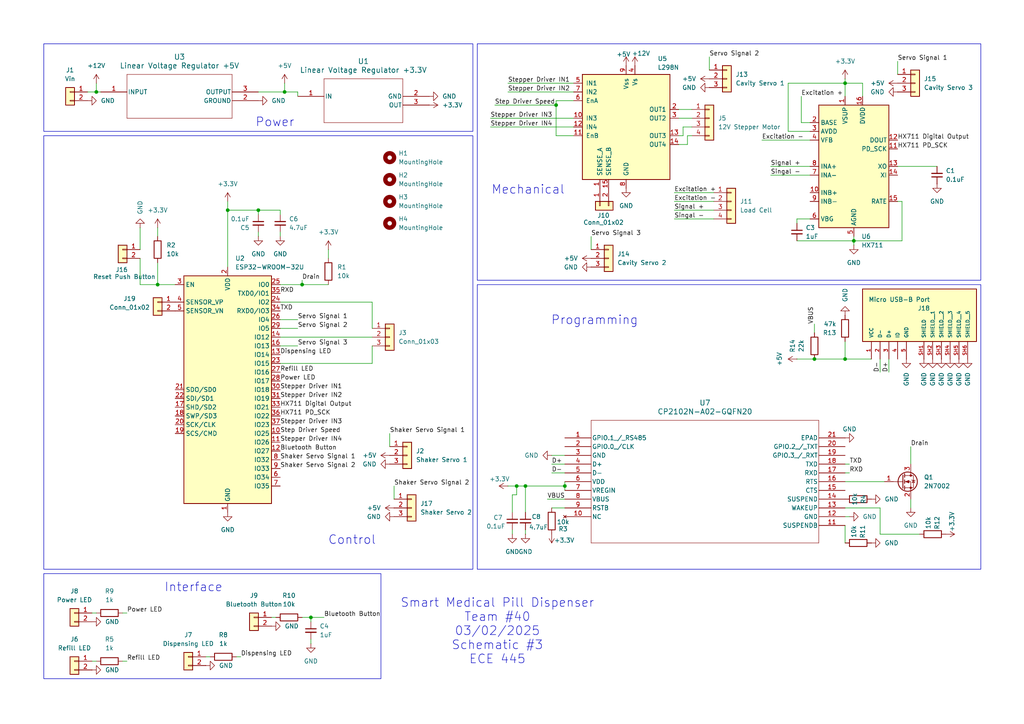
<source format=kicad_sch>
(kicad_sch (version 20231120) (generator "eeschema") (generator_version "8.0")
  (paper "A4")
  (lib_symbols
    (symbol "2025-03-01_22-06-06:LM3940IT-3.3_NOPB" (pin_names (offset 0.254))
      (property "Reference" "U" (at 19.05 10.16 0))
      (property "Value" "LM3940IT-3.3/NOPB" (at 19.05 7.62 0))
      (symbol "LM3940IT-3.3_NOPB_0_1"
        (pin input line (at 0 0 0) (length 7.62) (name "IN") (number "1"))
        (pin passive line (at 38.1 0 180) (length 7.62) (name "GND") (number "2"))
        (pin output line (at 38.1 -2.54 180) (length 7.62) (name "OUT") (number "3"))
      )
    )
    (symbol "2025-03-01_22-08-00:LM7805ACT" (pin_names (offset 0.254))
      (property "Reference" "U" (at 22.86 10.16 0))
      (property "Value" "LM7805ACT" (at 22.86 7.62 0))
      (symbol "LM7805ACT_0_1"
        (pin input line (at 0 0 0) (length 7.62) (name "INPUT") (number "1"))
        (pin power_out line (at 45.72 -2.54 180) (length 7.62) (name "GROUND") (number "2"))
        (pin output line (at 45.72 0 180) (length 7.62) (name "OUTPUT") (number "3"))
      )
    )
    (symbol "2025-03-02_06-34-30:CP2102N-A02-GQFN20" (pin_names (offset 0.254))
      (property "Reference" "U" (at 40.64 10.16 0))
      (property "Value" "CP2102N-A02-GQFN20" (at 40.64 7.62 0))
      (symbol "CP2102N-A02-GQFN20_0_1"
        (pin bidirectional line (at 0 0 0) (length 7.62) (name "GPIO.1_/_RS485") (number "1"))
        (pin no_connect line (at 0 -22.86 0) (length 7.62) (name "NC") (number "10"))
        (pin unspecified line (at 81.28 -25.4 180) (length 7.62) (name "SUSPENDB") (number "11"))
        (pin power_out line (at 81.28 -22.86 180) (length 7.62) (name "GND") (number "12"))
        (pin unspecified line (at 81.28 -20.32 180) (length 7.62) (name "WAKEUP") (number "13"))
        (pin unspecified line (at 81.28 -17.78 180) (length 7.62) (name "SUSPEND") (number "14"))
        (pin unspecified line (at 81.28 -15.24 180) (length 7.62) (name "CTS") (number "15"))
        (pin unspecified line (at 81.28 -12.7 180) (length 7.62) (name "RTS") (number "16"))
        (pin unspecified line (at 81.28 -10.16 180) (length 7.62) (name "RXD") (number "17"))
        (pin unspecified line (at 81.28 -7.62 180) (length 7.62) (name "TXD") (number "18"))
        (pin bidirectional line (at 81.28 -5.08 180) (length 7.62) (name "GPIO.3_/_RXT") (number "19"))
        (pin bidirectional line (at 0 -2.54 0) (length 7.62) (name "GPIO.0_/CLK") (number "2"))
        (pin bidirectional line (at 81.28 -2.54 180) (length 7.62) (name "GPIO.2_/_TXT") (number "20"))
        (pin power_out line (at 81.28 0 180) (length 7.62) (name "EPAD") (number "21"))
        (pin power_out line (at 0 -5.08 0) (length 7.62) (name "GND") (number "3"))
        (pin unspecified line (at 0 -7.62 0) (length 7.62) (name "D+") (number "4"))
        (pin unspecified line (at 0 -10.16 0) (length 7.62) (name "D-") (number "5"))
        (pin power_in line (at 0 -12.7 0) (length 7.62) (name "VDD") (number "6"))
        (pin unspecified line (at 0 -15.24 0) (length 7.62) (name "VREGIN") (number "7"))
        (pin unspecified line (at 0 -17.78 0) (length 7.62) (name "VBUS") (number "8"))
        (pin unspecified line (at 0 -20.32 0) (length 7.62) (name "RSTB") (number "9"))
      )
    )
    (symbol "Analog_ADC:HX711"
      (property "Reference" "U" (at 5.08 21.59 0))
      (property "Value" "HX711" (at 7.62 19.05 0))
      (symbol "HX711_1_1"
        (pin power_in line (at -2.54 20.32 270) (length 2.54) (name "VSUP") (number "1"))
        (pin input line (at -12.7 -7.62 0) (length 2.54) (name "INB+") (number "10"))
        (pin input line (at 12.7 5.08 180) (length 2.54) (name "PD_SCK") (number "11"))
        (pin output line (at 12.7 7.62 180) (length 2.54) (name "DOUT") (number "12"))
        (pin passive line (at 12.7 0 180) (length 2.54) (name "XO") (number "13"))
        (pin passive line (at 12.7 -2.54 180) (length 2.54) (name "XI") (number "14"))
        (pin input line (at 12.7 -10.16 180) (length 2.54) (name "RATE") (number "15"))
        (pin power_in line (at 2.54 20.32 270) (length 2.54) (name "DVDD") (number "16"))
        (pin passive line (at -12.7 12.7 0) (length 2.54) (name "BASE") (number "2"))
        (pin power_in line (at -12.7 10.16 0) (length 2.54) (name "AVDD") (number "3"))
        (pin input line (at -12.7 7.62 0) (length 2.54) (name "VFB") (number "4"))
        (pin power_in line (at 0 -20.32 90) (length 2.54) (name "AGND") (number "5"))
        (pin passive line (at -12.7 -15.24 0) (length 2.54) (name "VBG") (number "6"))
        (pin input line (at -12.7 -2.54 0) (length 2.54) (name "INA-") (number "7"))
        (pin input line (at -12.7 0 0) (length 2.54) (name "INA+") (number "8"))
        (pin input line (at -12.7 -10.16 0) (length 2.54) (name "INB-") (number "9"))
      )
    )
    (symbol "Connector_Generic:Conn_01x02" (pin_names (offset 1.016) hide)
      (property "Reference" "J" (at 0 2.54 0))
      (property "Value" "Conn_01x02" (at 0 -5.08 0))
      (symbol "Conn_01x02_1_1"
        (pin passive line (at -5.08 0 0) (length 3.81) (name "Pin_1") (number "1"))
        (pin passive line (at -5.08 -2.54 0) (length 3.81) (name "Pin_2") (number "2"))
      )
    )
    (symbol "Connector_Generic:Conn_01x03" (pin_names (offset 1.016) hide)
      (property "Reference" "J" (at 0 5.08 0))
      (property "Value" "Conn_01x03" (at 0 -5.08 0))
      (symbol "Conn_01x03_1_1"
        (pin passive line (at -5.08 2.54 0) (length 3.81) (name "Pin_1") (number "1"))
        (pin passive line (at -5.08 0 0) (length 3.81) (name "Pin_2") (number "2"))
        (pin passive line (at -5.08 -2.54 0) (length 3.81) (name "Pin_3") (number "3"))
      )
    )
    (symbol "Connector_Generic:Conn_01x04" (pin_names (offset 1.016) hide)
      (property "Reference" "J" (at 0 5.08 0))
      (property "Value" "Conn_01x04" (at 0 -7.62 0))
      (symbol "Conn_01x04_1_1"
        (pin passive line (at -5.08 2.54 0) (length 3.81) (name "Pin_1") (number "1"))
        (pin passive line (at -5.08 0 0) (length 3.81) (name "Pin_2") (number "2"))
        (pin passive line (at -5.08 -2.54 0) (length 3.81) (name "Pin_3") (number "3"))
        (pin passive line (at -5.08 -5.08 0) (length 3.81) (name "Pin_4") (number "4"))
      )
    )
    (symbol "Device:C_Small" (pin_numbers hide) (pin_names (offset 0.254) hide)
      (property "Reference" "C" (at 0.254 1.778 0))
      (property "Value" "C_Small" (at 0.254 -2.032 0))
      (symbol "C_Small_1_1"
        (pin passive line (at 0 2.54 270) (length 2.032) (name "~") (number "1"))
        (pin passive line (at 0 -2.54 90) (length 2.032) (name "~") (number "2"))
      )
    )
    (symbol "Device:R" (pin_numbers hide) (pin_names (offset 0))
      (property "Reference" "R" (at 2.032 0 90))
      (property "Value" "R" (at 0 0 90))
      (symbol "R_1_1"
        (pin passive line (at 0 3.81 270) (length 1.27) (name "~") (number "1"))
        (pin passive line (at 0 -3.81 90) (length 1.27) (name "~") (number "2"))
      )
    )
    (symbol "Driver_Motor:L298N" (pin_names (offset 1.016))
      (property "Reference" "U" (at -10.16 16.51 0))
      (property "Value" "L298N" (at 12.7 16.51 0))
      (symbol "L298N_1_1"
        (pin power_in line (at -7.62 -17.78 90) (length 2.54) (name "SENSE_A") (number "1"))
        (pin input line (at -15.24 2.54 0) (length 2.54) (name "IN3") (number "10"))
        (pin input line (at -15.24 -2.54 0) (length 2.54) (name "EnB") (number "11"))
        (pin input line (at -15.24 0 0) (length 2.54) (name "IN4") (number "12"))
        (pin output line (at 15.24 -2.54 180) (length 2.54) (name "OUT3") (number "13"))
        (pin output line (at 15.24 -5.08 180) (length 2.54) (name "OUT4") (number "14"))
        (pin power_in line (at -5.08 -17.78 90) (length 2.54) (name "SENSE_B") (number "15"))
        (pin output line (at 15.24 5.08 180) (length 2.54) (name "OUT1") (number "2"))
        (pin output line (at 15.24 2.54 180) (length 2.54) (name "OUT2") (number "3"))
        (pin power_in line (at 2.54 17.78 270) (length 2.54) (name "Vs") (number "4"))
        (pin input line (at -15.24 12.7 0) (length 2.54) (name "IN1") (number "5"))
        (pin input line (at -15.24 7.62 0) (length 2.54) (name "EnA") (number "6"))
        (pin input line (at -15.24 10.16 0) (length 2.54) (name "IN2") (number "7"))
        (pin power_in line (at 0 -17.78 90) (length 2.54) (name "GND") (number "8"))
        (pin power_in line (at 0 17.78 270) (length 2.54) (name "Vss") (number "9"))
      )
    )
    (symbol "Mechanical:MountingHole" (pin_names (offset 1.016)) (exclude_from_sim yes) (in_bom no)
      (property "Reference" "H" (at 0 5.08 0))
      (property "Value" "MountingHole" (at 0 3.175 0))
    )
    (symbol "RF_Module:ESP32-WROOM-32U"
      (property "Reference" "U" (at -12.7 34.29 0))
      (property "Value" "ESP32-WROOM-32U" (at 1.27 34.29 0))
      (symbol "ESP32-WROOM-32U_1_1"
        (pin power_in line (at 0 -35.56 90) (length 2.54) (name "GND") (number "1"))
        (pin bidirectional line (at 15.24 -12.7 180) (length 2.54) (name "IO25") (number "10"))
        (pin bidirectional line (at 15.24 -15.24 180) (length 2.54) (name "IO26") (number "11"))
        (pin bidirectional line (at 15.24 -17.78 180) (length 2.54) (name "IO27") (number "12"))
        (pin bidirectional line (at 15.24 10.16 180) (length 2.54) (name "IO14") (number "13"))
        (pin bidirectional line (at 15.24 15.24 180) (length 2.54) (name "IO12") (number "14"))
        (pin passive line (at 0 -35.56 90) (length 2.54) hide (name "GND") (number "15"))
        (pin bidirectional line (at 15.24 12.7 180) (length 2.54) (name "IO13") (number "16"))
        (pin bidirectional line (at -15.24 -5.08 0) (length 2.54) (name "SHD/SD2") (number "17"))
        (pin bidirectional line (at -15.24 -7.62 0) (length 2.54) (name "SWP/SD3") (number "18"))
        (pin bidirectional line (at -15.24 -12.7 0) (length 2.54) (name "SCS/CMD") (number "19"))
        (pin power_in line (at 0 35.56 270) (length 2.54) (name "VDD") (number "2"))
        (pin bidirectional line (at -15.24 -10.16 0) (length 2.54) (name "SCK/CLK") (number "20"))
        (pin bidirectional line (at -15.24 0 0) (length 2.54) (name "SDO/SD0") (number "21"))
        (pin bidirectional line (at -15.24 -2.54 0) (length 2.54) (name "SDI/SD1") (number "22"))
        (pin bidirectional line (at 15.24 7.62 180) (length 2.54) (name "IO15") (number "23"))
        (pin bidirectional line (at 15.24 25.4 180) (length 2.54) (name "IO2") (number "24"))
        (pin bidirectional line (at 15.24 30.48 180) (length 2.54) (name "IO0") (number "25"))
        (pin bidirectional line (at 15.24 20.32 180) (length 2.54) (name "IO4") (number "26"))
        (pin bidirectional line (at 15.24 5.08 180) (length 2.54) (name "IO16") (number "27"))
        (pin bidirectional line (at 15.24 2.54 180) (length 2.54) (name "IO17") (number "28"))
        (pin bidirectional line (at 15.24 17.78 180) (length 2.54) (name "IO5") (number "29"))
        (pin input line (at -15.24 30.48 0) (length 2.54) (name "EN") (number "3"))
        (pin bidirectional line (at 15.24 0 180) (length 2.54) (name "IO18") (number "30"))
        (pin bidirectional line (at 15.24 -2.54 180) (length 2.54) (name "IO19") (number "31"))
        (pin no_connect line (at -12.7 -27.94 0) (length 2.54) hide (name "NC") (number "32"))
        (pin bidirectional line (at 15.24 -5.08 180) (length 2.54) (name "IO21") (number "33"))
        (pin bidirectional line (at 15.24 22.86 180) (length 2.54) (name "RXD0/IO3") (number "34"))
        (pin bidirectional line (at 15.24 27.94 180) (length 2.54) (name "TXD0/IO1") (number "35"))
        (pin bidirectional line (at 15.24 -7.62 180) (length 2.54) (name "IO22") (number "36"))
        (pin bidirectional line (at 15.24 -10.16 180) (length 2.54) (name "IO23") (number "37"))
        (pin passive line (at 0 -35.56 90) (length 2.54) hide (name "GND") (number "38"))
        (pin passive line (at 0 -35.56 90) (length 2.54) hide (name "GND") (number "39"))
        (pin input line (at -15.24 25.4 0) (length 2.54) (name "SENSOR_VP") (number "4"))
        (pin input line (at -15.24 22.86 0) (length 2.54) (name "SENSOR_VN") (number "5"))
        (pin input line (at 15.24 -25.4 180) (length 2.54) (name "IO34") (number "6"))
        (pin input line (at 15.24 -27.94 180) (length 2.54) (name "IO35") (number "7"))
        (pin bidirectional line (at 15.24 -20.32 180) (length 2.54) (name "IO32") (number "8"))
        (pin bidirectional line (at 15.24 -22.86 180) (length 2.54) (name "IO33") (number "9"))
      )
    )
    (symbol "Transistor_FET:2N7002" (pin_names hide)
      (property "Reference" "Q" (at 5.08 1.905 0))
      (property "Value" "2N7002" (at 5.08 0 0))
      (symbol "2N7002_1_1"
        (pin input line (at -5.08 0 0) (length 2.54) (name "G") (number "1"))
        (pin passive line (at 2.54 -5.08 90) (length 2.54) (name "S") (number "2"))
        (pin passive line (at 2.54 5.08 270) (length 2.54) (name "D") (number "3"))
      )
    )
    (symbol "USB-B-MICRO-1011819:10118194-0001LF" (pin_names (offset 1.016))
      (property "Reference" "J" (at -7.62 10.922 0))
      (property "Value" "10118194-0001LF" (at -7.62 -25.4 0))
      (symbol "10118194-0001LF_0_0"
        (pin power_in line (at -12.7 7.62 0) (length 5.08) (name "VCC") (number "1"))
        (pin bidirectional line (at -12.7 5.08 0) (length 5.08) (name "D-") (number "2"))
        (pin bidirectional line (at -12.7 2.54 0) (length 5.08) (name "D+") (number "3"))
        (pin bidirectional line (at -12.7 0 0) (length 5.08) (name "ID") (number "4"))
        (pin power_in line (at -12.7 -2.54 0) (length 5.08) (name "GND") (number "5"))
        (pin passive line (at -12.7 -7.62 0) (length 5.08) (name "SHIELD") (number "SH1"))
        (pin passive line (at -12.7 -10.16 0) (length 5.08) (name "SHIELD__1") (number "SH2"))
        (pin passive line (at -12.7 -12.7 0) (length 5.08) (name "SHIELD__2") (number "SH3"))
        (pin passive line (at -12.7 -15.24 0) (length 5.08) (name "SHIELD__3") (number "SH4"))
        (pin passive line (at -12.7 -17.78 0) (length 5.08) (name "SHIELD__4") (number "SH5"))
        (pin passive line (at -12.7 -20.32 0) (length 5.08) (name "SHIELD__5") (number "SH6"))
      )
    )
    (symbol "power:+12V" (power) (pin_numbers hide) (pin_names (offset 0) hide)
      (property "Value" "+12V" (at 0 3.556 0))
      (symbol "+12V_1_1"
        (pin power_in line (at 0 0 90) (length 0) (name "~") (number "1"))
      )
    )
    (symbol "power:+3.3V" (power) (pin_numbers hide) (pin_names (offset 0) hide)
      (property "Value" "+3.3V" (at 0 3.556 0))
      (symbol "+3.3V_1_1"
        (pin power_in line (at 0 0 90) (length 0) (name "~") (number "1"))
      )
    )
    (symbol "power:+5V" (power) (pin_numbers hide) (pin_names (offset 0) hide)
      (property "Value" "+5V" (at 0 3.556 0))
      (symbol "+5V_1_1"
        (pin power_in line (at 0 0 90) (length 0) (name "~") (number "1"))
      )
    )
    (symbol "power:GND" (power) (pin_numbers hide) (pin_names (offset 0) hide)
      (property "Value" "GND" (at 0 -3.81 0))
      (symbol "GND_1_1"
        (pin power_in line (at 0 0 270) (length 0) (name "~") (number "1"))
      )
    )
  )
  (junction (at 163.83 140.97))
  (junction (at 74.93 60.96))
  (junction (at 82.55 26.67))
  (junction (at 245.11 104.14))
  (junction (at 90.17 179.07))
  (junction (at 149.86 140.97))
  (junction (at 236.22 104.14))
  (junction (at 87.63 82.55))
  (junction (at 161.29 30.48))
  (junction (at 45.72 82.55))
  (junction (at 152.4 140.97))
  (junction (at 66.04 60.96))
  (junction (at 27.94 26.67))
  (junction (at 245.11 24.13))
  (junction (at 247.65 69.85))
  (wire (pts (xy 255.27 154.94) (xy 255.27 147.32)))
  (wire (pts (xy 90.17 179.07) (xy 90.17 180.34)))
  (wire (pts (xy 205.74 16.51) (xy 205.74 20.32)))
  (wire (pts (xy 147.32 26.67) (xy 166.37 26.67)))
  (wire (pts (xy 90.17 179.07) (xy 93.98 179.07)))
  (wire (pts (xy 82.55 24.13) (xy 82.55 26.67)))
  (wire (pts (xy 160.02 132.08) (xy 163.83 132.08)))
  (wire (pts (xy 257.81 107.95) (xy 257.81 104.14)))
  (wire (pts (xy 45.72 66.04) (xy 45.72 68.58)))
  (wire (pts (xy 148.59 143.51) (xy 149.86 143.51)))
  (wire (pts (xy 152.4 140.97) (xy 163.83 140.97)))
  (wire (pts (xy 90.17 185.42) (xy 90.17 186.69)))
  (wire (pts (xy 260.35 58.42) (xy 261.62 58.42)))
  (wire (pts (xy 87.63 82.55) (xy 95.25 82.55)))
  (wire (pts (xy 228.6 24.13) (xy 245.11 24.13)))
  (wire (pts (xy 78.74 179.07) (xy 80.01 179.07)))
  (wire (pts (xy 27.94 26.67) (xy 29.21 26.67)))
  (wire (pts (xy 245.11 24.13) (xy 245.11 27.94)))
  (wire (pts (xy 166.37 39.37) (xy 161.29 39.37)))
  (wire (pts (xy 245.11 149.86) (xy 246.38 149.86)))
  (wire (pts (xy 196.85 41.91) (xy 199.39 41.91)))
  (wire (pts (xy 245.11 134.62) (xy 246.38 134.62)))
  (wire (pts (xy 148.59 143.51) (xy 148.59 148.59)))
  (wire (pts (xy 245.11 104.14) (xy 245.11 99.06)))
  (wire (pts (xy 260.35 48.26) (xy 271.78 48.26)))
  (wire (pts (xy 196.85 39.37) (xy 198.12 39.37)))
  (wire (pts (xy 161.29 30.48) (xy 161.29 29.21)))
  (wire (pts (xy 74.93 60.96) (xy 81.28 60.96)))
  (wire (pts (xy 255.27 107.95) (xy 255.27 104.14)))
  (wire (pts (xy 245.11 137.16) (xy 246.38 137.16)))
  (wire (pts (xy 223.52 50.8) (xy 234.95 50.8)))
  (wire (pts (xy 160.02 134.62) (xy 163.83 134.62)))
  (wire (pts (xy 245.11 104.14) (xy 252.73 104.14)))
  (wire (pts (xy 228.6 38.1) (xy 228.6 24.13)))
  (wire (pts (xy 74.93 60.96) (xy 74.93 62.23)))
  (wire (pts (xy 231.14 104.14) (xy 236.22 104.14)))
  (wire (pts (xy 264.16 129.54) (xy 264.16 134.62)))
  (wire (pts (xy 195.58 55.88) (xy 207.01 55.88)))
  (wire (pts (xy 261.62 58.42) (xy 261.62 69.85)))
  (wire (pts (xy 40.64 74.93) (xy 40.64 82.55)))
  (wire (pts (xy 234.95 63.5) (xy 231.14 63.5)))
  (wire (pts (xy 26.67 191.77) (xy 27.94 191.77)))
  (wire (pts (xy 86.36 95.25) (xy 81.28 95.25)))
  (wire (pts (xy 171.45 68.58) (xy 171.45 72.39)))
  (wire (pts (xy 266.7 154.94) (xy 255.27 154.94)))
  (wire (pts (xy 236.22 104.14) (xy 245.11 104.14)))
  (wire (pts (xy 81.28 105.41) (xy 107.95 105.41)))
  (wire (pts (xy 40.64 66.04) (xy 40.64 72.39)))
  (wire (pts (xy 81.28 60.96) (xy 81.28 62.23)))
  (wire (pts (xy 195.58 58.42) (xy 207.01 58.42)))
  (wire (pts (xy 160.02 147.32) (xy 163.83 147.32)))
  (wire (pts (xy 147.32 140.97) (xy 149.86 140.97)))
  (wire (pts (xy 232.41 35.56) (xy 234.95 35.56)))
  (wire (pts (xy 247.65 71.12) (xy 247.65 69.85)))
  (wire (pts (xy 245.11 139.7) (xy 256.54 139.7)))
  (wire (pts (xy 198.12 36.83) (xy 200.66 36.83)))
  (wire (pts (xy 161.29 30.48) (xy 161.29 39.37)))
  (wire (pts (xy 149.86 140.97) (xy 149.86 143.51)))
  (wire (pts (xy 35.56 191.77) (xy 36.83 191.77)))
  (wire (pts (xy 25.4 26.67) (xy 27.94 26.67)))
  (wire (pts (xy 74.93 67.31) (xy 74.93 68.58)))
  (wire (pts (xy 260.35 17.78) (xy 260.35 21.59)))
  (wire (pts (xy 107.95 87.63) (xy 107.95 95.25)))
  (wire (pts (xy 27.94 24.13) (xy 27.94 26.67)))
  (wire (pts (xy 245.11 157.48) (xy 245.11 152.4)))
  (wire (pts (xy 236.22 96.52) (xy 236.22 93.98)))
  (wire (pts (xy 66.04 60.96) (xy 74.93 60.96)))
  (wire (pts (xy 148.59 153.67) (xy 148.59 154.94)))
  (wire (pts (xy 74.93 26.67) (xy 82.55 26.67)))
  (wire (pts (xy 163.83 139.7) (xy 163.83 140.97)))
  (wire (pts (xy 113.03 125.73) (xy 113.03 129.54)))
  (wire (pts (xy 81.28 67.31) (xy 81.28 68.58)))
  (wire (pts (xy 26.67 177.8) (xy 27.94 177.8)))
  (wire (pts (xy 161.29 29.21) (xy 166.37 29.21)))
  (wire (pts (xy 163.83 140.97) (xy 163.83 142.24)))
  (wire (pts (xy 149.86 140.97) (xy 152.4 140.97)))
  (wire (pts (xy 261.62 69.85) (xy 247.65 69.85)))
  (wire (pts (xy 250.19 27.94) (xy 250.19 24.13)))
  (wire (pts (xy 199.39 39.37) (xy 200.66 39.37)))
  (wire (pts (xy 147.32 24.13) (xy 166.37 24.13)))
  (wire (pts (xy 152.4 140.97) (xy 152.4 148.59)))
  (wire (pts (xy 87.63 81.28) (xy 87.63 82.55)))
  (wire (pts (xy 195.58 60.96) (xy 207.01 60.96)))
  (wire (pts (xy 45.72 76.2) (xy 45.72 82.55)))
  (wire (pts (xy 250.19 24.13) (xy 245.11 24.13)))
  (wire (pts (xy 196.85 31.75) (xy 200.66 31.75)))
  (wire (pts (xy 66.04 77.47) (xy 66.04 60.96)))
  (wire (pts (xy 81.28 82.55) (xy 87.63 82.55)))
  (wire (pts (xy 35.56 177.8) (xy 36.83 177.8)))
  (wire (pts (xy 220.98 40.64) (xy 234.95 40.64)))
  (wire (pts (xy 86.36 92.71) (xy 81.28 92.71)))
  (wire (pts (xy 160.02 137.16) (xy 163.83 137.16)))
  (wire (pts (xy 142.24 36.83) (xy 166.37 36.83)))
  (wire (pts (xy 87.63 179.07) (xy 90.17 179.07)))
  (wire (pts (xy 81.28 97.79) (xy 107.95 97.79)))
  (wire (pts (xy 114.3 140.97) (xy 114.3 144.78)))
  (wire (pts (xy 231.14 69.85) (xy 247.65 69.85)))
  (wire (pts (xy 68.58 190.5) (xy 69.85 190.5)))
  (wire (pts (xy 199.39 41.91) (xy 199.39 39.37)))
  (wire (pts (xy 82.55 26.67) (xy 86.36 26.67)))
  (wire (pts (xy 195.58 63.5) (xy 207.01 63.5)))
  (wire (pts (xy 255.27 147.32) (xy 245.11 147.32)))
  (wire (pts (xy 95.25 72.39) (xy 95.25 74.93)))
  (wire (pts (xy 231.14 63.5) (xy 231.14 64.77)))
  (wire (pts (xy 66.04 58.42) (xy 66.04 60.96)))
  (wire (pts (xy 81.28 87.63) (xy 107.95 87.63)))
  (wire (pts (xy 247.65 69.85) (xy 247.65 68.58)))
  (wire (pts (xy 40.64 82.55) (xy 45.72 82.55)))
  (wire (pts (xy 264.16 147.32) (xy 264.16 144.78)))
  (wire (pts (xy 198.12 39.37) (xy 198.12 36.83)))
  (wire (pts (xy 59.69 190.5) (xy 60.96 190.5)))
  (wire (pts (xy 143.51 30.48) (xy 161.29 30.48)))
  (wire (pts (xy 223.52 48.26) (xy 234.95 48.26)))
  (wire (pts (xy 45.72 82.55) (xy 50.8 82.55)))
  (wire (pts (xy 232.41 27.94) (xy 232.41 35.56)))
  (wire (pts (xy 234.95 38.1) (xy 228.6 38.1)))
  (wire (pts (xy 152.4 153.67) (xy 152.4 154.94)))
  (wire (pts (xy 142.24 34.29) (xy 166.37 34.29)))
  (wire (pts (xy 245.11 22.86) (xy 245.11 24.13)))
  (wire (pts (xy 86.36 100.33) (xy 81.28 100.33)))
  (wire (pts (xy 158.75 144.78) (xy 163.83 144.78)))
  (wire (pts (xy 196.85 34.29) (xy 200.66 34.29)))
  (wire (pts (xy 107.95 105.41) (xy 107.95 100.33)))
  (wire (pts (xy 86.36 26.67) (xy 86.36 27.94)))
  (rectangle (start 12.7 166.37) (end 110.49 196.85))
  (rectangle (start 97.79 177.8) (end 97.79 177.8))
  (rectangle (start 12.7 39.37) (end 137.16 165.1))
  (rectangle (start 12.7 12.7) (end 137.16 38.1))
  (rectangle (start 138.43 12.7) (end 284.48 81.28))
  (rectangle (start 138.43 82.55) (end 284.48 165.1))
  (text "Interface" (at 56.134 170.434 0) (effects (font (size 2.54 2.54))))
  (text "Smart Medical Pill Dispenser\nTeam #40\n03/02/2025\nSchematic #3\nECE 445" (at 144.272 183.134 0) (effects (font (size 2.54 2.54))))
  (text "Mechanical" (at 153.162 55.118 0) (effects (font (size 2.54 2.54))))
  (text "Control" (at 102.108 156.718 0) (effects (font (size 2.54 2.54))))
  (text "Power" (at 79.756 35.56 0) (effects (font (size 2.54 2.54))))
  (text "Programming" (at 172.466 92.964 0) (effects (font (size 2.54 2.54))))
  (label "Stepper Driver IN4" (at 81.28 128.27 0))
  (label "Dispensing LED" (at 69.85 190.5 0))
  (label "Servo Signal 3" (at 171.45 68.58 0))
  (label "Singal -" (at 195.58 63.5 0))
  (label "D+" (at 160.02 134.62 0))
  (label "Power LED" (at 36.83 177.8 0))
  (label "Singal -" (at 223.52 50.8 0))
  (label "Servo Signal 3" (at 86.36 100.33 0))
  (label "Servo Signal 1" (at 260.35 17.78 0))
  (label "Shaker Servo Signal 1" (at 81.28 133.35 0))
  (label "Stepper Driver IN2" (at 81.28 115.57 0))
  (label "RXD" (at 246.38 137.16 0))
  (label "Servo Signal 1" (at 86.36 92.71 0))
  (label "Drain" (at 87.63 81.28 0))
  (label "TXD" (at 81.28 90.17 0))
  (label "Refill LED" (at 36.83 191.77 0))
  (label "HX711 Digital Output" (at 260.35 40.64 0))
  (label "VBUS" (at 236.22 93.98 90))
  (label "Bluetooth Button" (at 93.98 179.07 0))
  (label "Drain" (at 264.16 129.54 0))
  (label "Dispensing LED" (at 81.28 102.87 0))
  (label "Servo Signal 2" (at 205.74 16.51 0))
  (label "Excitation +" (at 232.41 27.94 0))
  (label "HX711 Digital Output" (at 81.28 118.11 0))
  (label "Refill LED" (at 81.28 107.95 0))
  (label "Excitation -" (at 220.98 40.64 0))
  (label "Stepper Driver IN4" (at 142.24 36.83 0))
  (label "Excitation -" (at 195.58 58.42 0))
  (label "Stepper Driver IN3" (at 142.24 34.29 0))
  (label "HX711 PD_SCK" (at 260.35 43.18 0))
  (label "Signal +" (at 223.52 48.26 0))
  (label "Shaker Servo Signal 2" (at 114.3 140.97 0))
  (label "Stepper Driver IN1" (at 81.28 113.03 0))
  (label "Signal +" (at 195.58 60.96 0))
  (label "RXD" (at 81.28 85.09 0))
  (label "D+" (at 257.81 107.95 90))
  (label "Step Driver Speed" (at 81.28 125.73 0))
  (label "D-" (at 160.02 137.16 0))
  (label "TXD" (at 246.38 134.62 0))
  (label "Shaker Servo Signal 2" (at 81.28 135.89 0))
  (label "Stepper Driver IN1" (at 147.32 24.13 0))
  (label "Power LED" (at 81.28 110.49 0))
  (label "Shaker Servo Signal 1" (at 113.03 125.73 0))
  (label "HX711 PD_SCK" (at 81.28 120.65 0))
  (label "Step Driver Speed" (at 143.51 30.48 0))
  (label "Excitation +" (at 195.58 55.88 0))
  (label "Stepper Driver IN3" (at 81.28 123.19 0))
  (label "D-" (at 255.27 107.95 90))
  (label "VBUS" (at 158.75 144.78 0))
  (label "Bluetooth Button" (at 81.28 130.81 0))
  (label "Stepper Driver IN2" (at 147.32 26.67 0))
  (label "Servo Signal 2" (at 86.36 95.25 0))
  (symbol (lib_id "power:GND") (at 252.73 157.48 90) (unit 1)
    (property "Reference" "#PWR09" (effects (hide yes)))
    (property "Value" "GND" (at 256.54 157.4799 90) (effects (justify right)))
    (property "Description" "Power symbol creates a global label with name \"GND\" , ground" (effects (hide yes)))
  )
  (symbol (lib_id "power:GND") (at 152.4 154.94 0) (unit 1)
    (property "Reference" "#PWR042" (effects (hide yes)))
    (property "Value" "GND" (at 152.4 160.02 0))
    (property "Description" "Power symbol creates a global label with name \"GND\" , ground" (effects (hide yes)))
  )
  (symbol (lib_id "power:GND") (at 25.4 29.21 90) (unit 1)
    (property "Reference" "#PWR03" (effects (hide yes)))
    (property "Value" "GND" (at 29.21 29.2099 90) (effects (justify right)))
    (property "Description" "Power symbol creates a global label with name \"GND\" , ground" (effects (hide yes)))
  )
  (symbol (lib_id "Device:R") (at 236.22 100.33 180) (unit 1)
    (property "Reference" "R14" (at 229.87 100.33 90))
    (property "Value" "22k" (at 232.41 100.33 90))
    (property "Footprint" "Resistor_SMD:R_0805_2012Metric_Pad1.20x1.40mm_HandSolder" (effects (hide yes)))
    (property "Description" "Resistor" (effects (hide yes)))
  )
  (symbol (lib_id "Connector_Generic:Conn_01x02") (at 73.66 179.07 0) (mirror y) (unit 1)
    (property "Reference" "J9" (at 73.66 172.72 0))
    (property "Value" "Bluetooth Button" (at 73.66 175.26 0))
    (property "Footprint" "Connector_Molex:Molex_KK-254_AE-6410-02A_1x02_P2.54mm_Vertical" (effects (hide yes)))
    (property "Description" "Generic connector, single row, 01x02, script generated (kicad-library-utils/schlib/autogen/connector/)" (effects (hide yes)))
  )
  (symbol (lib_id "power:+5V") (at 231.14 104.14 90) (unit 1)
    (property "Reference" "#PWR050" (effects (hide yes)))
    (property "Value" "+5V" (at 226.06 104.14 0))
    (property "Description" "Power symbol creates a global label with name \"+5V\"" (effects (hide yes)))
  )
  (symbol (lib_id "power:+3.3V") (at 124.46 30.48 270) (unit 1)
    (property "Reference" "#PWR05" (effects (hide yes)))
    (property "Value" "+3.3V" (at 128.27 30.4799 90) (effects (justify left)))
    (property "Description" "Power symbol creates a global label with name \"+3.3V\"" (effects (hide yes)))
  )
  (symbol (lib_id "power:GND") (at 113.03 134.62 270) (unit 1)
    (property "Reference" "#PWR043" (effects (hide yes)))
    (property "Value" "GND" (at 109.22 134.6199 90) (effects (justify right)))
    (property "Description" "Power symbol creates a global label with name \"GND\" , ground" (effects (hide yes)))
  )
  (symbol (lib_id "power:+5V") (at 181.61 19.05 0) (unit 1)
    (property "Reference" "#PWR023" (effects (hide yes)))
    (property "Value" "+5V" (at 180.848 15.748 0))
    (property "Description" "Power symbol creates a global label with name \"+5V\"" (effects (hide yes)))
  )
  (symbol (lib_id "Device:R") (at 31.75 177.8 90) (unit 1)
    (property "Reference" "R9" (at 31.75 171.45 90))
    (property "Value" "1k" (at 31.75 173.99 90))
    (property "Footprint" "Resistor_SMD:R_0805_2012Metric_Pad1.20x1.40mm_HandSolder" (effects (hide yes)))
    (property "Description" "Resistor" (effects (hide yes)))
  )
  (symbol (lib_id "Connector_Generic:Conn_01x02") (at 21.59 191.77 0) (mirror y) (unit 1)
    (property "Reference" "J6" (at 21.59 185.42 0))
    (property "Value" "Refill LED" (at 21.59 187.96 0))
    (property "Footprint" "Connector_Molex:Molex_KK-254_AE-6410-02A_1x02_P2.54mm_Vertical" (effects (hide yes)))
    (property "Description" "Generic connector, single row, 01x02, script generated (kicad-library-utils/schlib/autogen/connector/)" (effects (hide yes)))
  )
  (symbol (lib_id "RF_Module:ESP32-WROOM-32U") (at 66.04 113.03 0) (unit 1)
    (property "Reference" "U2" (at 68.2341 74.93 0) (effects (justify left)))
    (property "Value" "ESP32-WROOM-32U" (at 68.2341 77.47 0) (effects (justify left)))
    (property "Footprint" "RF_Module:ESP32-WROOM-32U" (effects (hide yes)))
    (property "Datasheet" "https://www.espressif.com/sites/default/files/documentation/esp32-wroom-32d_esp32-wroom-32u_datasheet_en.pdf" (effects (hide yes)))
    (property "Description" "RF Module, ESP32-D0WD SoC, Wi-Fi 802.11b/g/n, Bluetooth, BLE, 32-bit, 2.7-3.6V, external antenna, SMD" (effects (hide yes)))
  )
  (symbol (lib_id "2025-03-01_22-08-00:LM7805ACT") (at 29.21 26.67 0) (unit 1)
    (property "Reference" "U3" (at 52.07 16.51 0) (effects (font (size 1.524 1.524))))
    (property "Value" "Linear Voltage Regulator +5V" (at 52.07 19.05 0) (effects (font (size 1.524 1.524))))
    (property "Footprint" "KiCADv6 2:TO-220_ONS" (effects (hide yes)))
    (property "Datasheet" "LM7805ACT" (effects (hide yes)))
  )
  (symbol (lib_id "Connector_Generic:Conn_01x03") (at 113.03 97.79 0) (unit 1)
    (property "Reference" "J3" (at 115.57 96.5199 0) (effects (justify left)))
    (property "Value" "Conn_01x03" (at 115.57 99.0599 0) (effects (justify left)))
    (property "Footprint" "Connector_Molex:Molex_KK-254_AE-6410-03A_1x03_P2.54mm_Vertical" (effects (hide yes)))
    (property "Description" "Generic connector, single row, 01x03, script generated (kicad-library-utils/schlib/autogen/connector/)" (effects (hide yes)))
  )
  (symbol (lib_id "Connector_Generic:Conn_01x03") (at 176.53 74.93 0) (unit 1)
    (property "Reference" "J14" (at 179.07 73.6599 0) (effects (justify left)))
    (property "Value" "Cavity Servo 2" (at 179.07 76.1999 0) (effects (justify left)))
    (property "Footprint" "Connector_Molex:Molex_KK-254_AE-6410-03A_1x03_P2.54mm_Vertical" (effects (hide yes)))
    (property "Description" "Generic connector, single row, 01x03, script generated (kicad-library-utils/schlib/autogen/connector/)" (effects (hide yes)))
  )
  (symbol (lib_id "power:GND") (at 114.3 149.86 270) (unit 1)
    (property "Reference" "#PWR053" (effects (hide yes)))
    (property "Value" "GND" (at 110.49 149.8599 90) (effects (justify right)))
    (property "Description" "Power symbol creates a global label with name \"GND\" , ground" (effects (hide yes)))
  )
  (symbol (lib_id "power:+3.3V") (at 160.02 154.94 180) (unit 1)
    (property "Reference" "#PWR039" (effects (hide yes)))
    (property "Value" "+3.3V" (at 166.624 156.718 0) (effects (justify left)))
    (property "Description" "Power symbol creates a global label with name \"+3.3V\"" (effects (hide yes)))
  )
  (symbol (lib_id "power:+3.3V") (at 147.32 140.97 90) (unit 1)
    (property "Reference" "#PWR040" (effects (hide yes)))
    (property "Value" "+3.3V" (at 147.828 138.938 90) (effects (justify left)))
    (property "Description" "Power symbol creates a global label with name \"+3.3V\"" (effects (hide yes)))
  )
  (symbol (lib_id "power:GND") (at 260.35 26.67 270) (unit 1)
    (property "Reference" "#PWR030" (effects (hide yes)))
    (property "Value" "GND" (at 256.54 26.6699 90) (effects (justify right)))
    (property "Description" "Power symbol creates a global label with name \"GND\" , ground" (effects (hide yes)))
  )
  (symbol (lib_id "Connector_Generic:Conn_01x02") (at 54.61 190.5 0) (mirror y) (unit 1)
    (property "Reference" "J7" (at 54.61 184.15 0))
    (property "Value" "Dispensing LED" (at 54.61 186.69 0))
    (property "Footprint" "Connector_Molex:Molex_KK-254_AE-6410-02A_1x02_P2.54mm_Vertical" (effects (hide yes)))
    (property "Description" "Generic connector, single row, 01x02, script generated (kicad-library-utils/schlib/autogen/connector/)" (effects (hide yes)))
  )
  (symbol (lib_id "power:+5V") (at 113.03 132.08 90) (unit 1)
    (property "Reference" "#PWR06" (effects (hide yes)))
    (property "Value" "+5V" (at 109.22 132.0799 90) (effects (justify left)))
    (property "Description" "Power symbol creates a global label with name \"+5V\"" (effects (hide yes)))
  )
  (symbol (lib_id "Device:C_Small") (at 90.17 182.88 0) (unit 1)
    (property "Reference" "C4" (at 92.71 181.6162 0) (effects (justify left)))
    (property "Value" "1uF" (at 92.71 184.1562 0) (effects (justify left)))
    (property "Footprint" "Capacitor_SMD:C_0805_2012Metric_Pad1.18x1.45mm_HandSolder" (effects (hide yes)))
    (property "Description" "Unpolarized capacitor, small symbol" (effects (hide yes)))
  )
  (symbol (lib_id "Connector_Generic:Conn_01x02") (at 45.72 87.63 0) (mirror y) (unit 1)
    (property "Reference" "J19" (at 37.592 86.614 0))
    (property "Value" "Conn_01x02" (at 37.592 89.154 0))
    (property "Footprint" "Connector_Molex:Molex_KK-254_AE-6410-02A_1x02_P2.54mm_Vertical" (effects (hide yes)))
    (property "Description" "Generic connector, single row, 01x02, script generated (kicad-library-utils/schlib/autogen/connector/)" (effects (hide yes)))
  )
  (symbol (lib_id "Device:C_Small") (at 148.59 151.13 0) (unit 1)
    (property "Reference" "C7" (at 145.796 150.114 0) (effects (justify right)))
    (property "Value" "0.1uF" (at 146.558 152.654 0) (effects (justify right)))
    (property "Footprint" "Capacitor_SMD:C_0805_2012Metric_Pad1.18x1.45mm_HandSolder" (effects (hide yes)))
    (property "Description" "Unpolarized capacitor, small symbol" (effects (hide yes)))
  )
  (symbol (lib_id "power:GND") (at 66.04 148.59 0) (unit 1)
    (property "Reference" "#PWR024" (effects (hide yes)))
    (property "Value" "GND" (at 66.04 153.67 0))
    (property "Description" "Power symbol creates a global label with name \"GND\" , ground" (effects (hide yes)))
  )
  (symbol (lib_id "Connector_Generic:Conn_01x03") (at 265.43 24.13 0) (unit 1)
    (property "Reference" "J15" (at 267.97 22.8599 0) (effects (justify left)))
    (property "Value" "Cavity Servo 3" (at 267.97 25.3999 0) (effects (justify left)))
    (property "Footprint" "Connector_Molex:Molex_KK-254_AE-6410-03A_1x03_P2.54mm_Vertical" (effects (hide yes)))
    (property "Description" "Generic connector, single row, 01x03, script generated (kicad-library-utils/schlib/autogen/connector/)" (effects (hide yes)))
  )
  (symbol (lib_id "Mechanical:MountingHole") (at 113.03 64.77 0) (unit 1) (exclude_from_sim yes) (in_bom no)
    (property "Reference" "H4" (at 115.57 63.4999 0) (effects (justify left)))
    (property "Value" "MountingHole" (at 115.57 66.0399 0) (effects (justify left)))
    (property "Footprint" "MountingHole:MountingHole_3.2mm_M3" (effects (hide yes)))
    (property "Description" "Mounting Hole without connection" (effects (hide yes)))
  )
  (symbol (lib_id "power:+5V") (at 114.3 147.32 90) (unit 1)
    (property "Reference" "#PWR052" (effects (hide yes)))
    (property "Value" "+5V" (at 110.49 147.3199 90) (effects (justify left)))
    (property "Description" "Power symbol creates a global label with name \"+5V\"" (effects (hide yes)))
  )
  (symbol (lib_id "2025-03-01_22-06-06:LM3940IT-3.3_NOPB") (at 86.36 27.94 0) (unit 1)
    (property "Reference" "U1" (at 105.41 17.78 0) (effects (font (size 1.524 1.524))))
    (property "Value" "Linear Voltage Regulator +3.3V" (at 105.41 20.32 0) (effects (font (size 1.524 1.524))))
    (property "Footprint" "KiCADv6:T03B" (effects (hide yes)))
    (property "Datasheet" "LM3940IT-3.3/NOPB" (effects (hide yes)))
  )
  (symbol (lib_id "power:+3.3V") (at 95.25 72.39 0) (unit 1)
    (property "Reference" "#PWR012" (effects (hide yes)))
    (property "Value" "+3.3V" (at 95.25 67.31 0))
    (property "Description" "Power symbol creates a global label with name \"+3.3V\"" (effects (hide yes)))
  )
  (symbol (lib_id "power:GND") (at 262.89 104.14 0) (unit 1)
    (property "Reference" "#PWR049" (effects (hide yes)))
    (property "Value" "GND" (at 262.8899 107.95 90) (effects (justify right)))
    (property "Description" "Power symbol creates a global label with name \"GND\" , ground" (effects (hide yes)))
  )
  (symbol (lib_id "power:GND") (at 78.74 181.61 90) (unit 1)
    (property "Reference" "#PWR020" (effects (hide yes)))
    (property "Value" "GND" (at 82.55 181.6099 90) (effects (justify right)))
    (property "Description" "Power symbol creates a global label with name \"GND\" , ground" (effects (hide yes)))
  )
  (symbol (lib_id "power:GND") (at 160.02 132.08 270) (unit 1)
    (property "Reference" "#PWR033" (effects (hide yes)))
    (property "Value" "GND" (at 156.21 132.0799 90) (effects (justify right)))
    (property "Description" "Power symbol creates a global label with name \"GND\" , ground" (effects (hide yes)))
  )
  (symbol (lib_id "Analog_ADC:HX711") (at 247.65 48.26 0) (unit 1)
    (property "Reference" "U6" (at 249.8441 68.58 0) (effects (justify left)))
    (property "Value" "HX711" (at 249.8441 71.12 0) (effects (justify left)))
    (property "Footprint" "Package_SO:SOP-16_3.9x9.9mm_P1.27mm" (effects (hide yes)))
    (property "Datasheet" "https://web.archive.org/web/20220615044707/https://akizukidenshi.com/download/ds/avia/hx711.pdf" (effects (hide yes)))
    (property "Description" "24-Bit Analog-to-Digital Converter (ADC) for Weight Scales" (effects (hide yes)))
  )
  (symbol (lib_id "power:GND") (at 273.05 104.14 0) (unit 1)
    (property "Reference" "#PWR045" (effects (hide yes)))
    (property "Value" "GND" (at 273.0499 107.95 90) (effects (justify right)))
    (property "Description" "Power symbol creates a global label with name \"GND\" , ground" (effects (hide yes)))
  )
  (symbol (lib_id "power:GND") (at 40.64 66.04 180) (unit 1)
    (property "Reference" "#PWR014" (effects (hide yes)))
    (property "Value" "GND" (at 40.6401 62.23 90) (effects (justify right)))
    (property "Description" "Power symbol creates a global label with name \"GND\" , ground" (effects (hide yes)))
  )
  (symbol (lib_id "power:GND") (at 245.11 91.44 180) (unit 1)
    (property "Reference" "#PWR051" (effects (hide yes)))
    (property "Value" "GND" (at 245.1099 87.63 90) (effects (justify right)))
    (property "Description" "Power symbol creates a global label with name \"GND\" , ground" (effects (hide yes)))
  )
  (symbol (lib_id "Device:C_Small") (at 152.4 151.13 0) (unit 1)
    (property "Reference" "C8" (at 154.178 149.86 0) (effects (justify left)))
    (property "Value" "4.7uF" (at 153.416 152.908 0) (effects (justify left)))
    (property "Footprint" "Capacitor_SMD:C_0805_2012Metric_Pad1.18x1.45mm_HandSolder" (effects (hide yes)))
    (property "Description" "Unpolarized capacitor, small symbol" (effects (hide yes)))
  )
  (symbol (lib_id "Device:R") (at 160.02 151.13 180) (unit 1)
    (property "Reference" "R3" (at 163.322 153.416 0))
    (property "Value" "10k" (at 163.322 151.384 0))
    (property "Footprint" "Resistor_SMD:R_0805_2012Metric_Pad1.20x1.40mm_HandSolder" (effects (hide yes)))
    (property "Description" "Resistor" (effects (hide yes)))
  )
  (symbol (lib_id "Device:R") (at 83.82 179.07 90) (unit 1)
    (property "Reference" "R10" (at 83.82 172.72 90))
    (property "Value" "10k" (at 83.82 175.26 90))
    (property "Footprint" "Resistor_SMD:R_0805_2012Metric_Pad1.20x1.40mm_HandSolder" (effects (hide yes)))
    (property "Description" "Resistor" (effects (hide yes)))
  )
  (symbol (lib_id "power:+3.3V") (at 45.72 66.04 0) (unit 1)
    (property "Reference" "#PWR013" (effects (hide yes)))
    (property "Value" "+3.3V" (at 45.72 60.96 0))
    (property "Description" "Power symbol creates a global label with name \"+3.3V\"" (effects (hide yes)))
  )
  (symbol (lib_id "power:+3.3V") (at 274.32 154.94 270) (unit 1)
    (property "Reference" "#PWR010" (effects (hide yes)))
    (property "Value" "+3.3V" (at 276.098 148.336 0) (effects (justify left)))
    (property "Description" "Power symbol creates a global label with name \"+3.3V\"" (effects (hide yes)))
  )
  (symbol (lib_id "power:GND") (at 264.16 147.32 0) (unit 1)
    (property "Reference" "#PWR011" (effects (hide yes)))
    (property "Value" "GND" (at 264.16 152.4 0))
    (property "Description" "Power symbol creates a global label with name \"GND\" , ground" (effects (hide yes)))
  )
  (symbol (lib_id "power:GND") (at 26.67 180.34 90) (unit 1)
    (property "Reference" "#PWR019" (effects (hide yes)))
    (property "Value" "GND" (at 30.48 180.3399 90) (effects (justify right)))
    (property "Description" "Power symbol creates a global label with name \"GND\" , ground" (effects (hide yes)))
  )
  (symbol (lib_id "USB-B-MICRO-1011819:10118194-0001LF") (at 260.35 91.44 90) (unit 1)
    (property "Reference" "J18" (at 269.748 89.408 90) (effects (justify left)))
    (property "Value" "Micro USB-B Port" (at 269.748 86.868 90) (effects (justify left)))
    (property "Footprint" "10118194_0001LF (1):AMPHENOL_10118194-0001LF" (effects (hide yes)))
    (property "PARTREV" "D" (effects (hide yes)))
    (property "MANUFACTURER" "Amphenol" (effects (hide yes)))
    (property "MAXIMUM_PACKAGE_HEIGHT" "2.66mm" (effects (hide yes)))
    (property "STANDARD" "Manufacturer Recommendations" (effects (hide yes)))
  )
  (symbol (lib_id "2025-03-02_06-34-30:CP2102N-A02-GQFN20") (at 163.83 127 0) (unit 1)
    (property "Reference" "U7" (at 204.47 116.84 0) (effects (font (size 1.524 1.524))))
    (property "Value" "CP2102N-A02-GQFN20" (at 204.47 119.38 0) (effects (font (size 1.524 1.524))))
    (property "Footprint" "KiCADv6 3:QFN20_CP2102N_SIL" (effects (hide yes)))
    (property "Datasheet" "CP2102N-A02-GQFN20" (effects (hide yes)))
  )
  (symbol (lib_id "power:GND") (at 124.46 27.94 90) (unit 1)
    (property "Reference" "#PWR01" (effects (hide yes)))
    (property "Value" "GND" (at 128.27 27.9399 90) (effects (justify right)))
    (property "Description" "Power symbol creates a global label with name \"GND\" , ground" (effects (hide yes)))
  )
  (symbol (lib_id "Connector_Generic:Conn_01x02") (at 35.56 72.39 0) (mirror y) (unit 1)
    (property "Reference" "J16" (at 35.306 78.232 0))
    (property "Value" "Reset Push Button" (at 36.068 80.264 0))
    (property "Footprint" "Connector_Molex:Molex_KK-254_AE-6410-02A_1x02_P2.54mm_Vertical" (effects (hide yes)))
    (property "Description" "Generic connector, single row, 01x02, script generated (kicad-library-utils/schlib/autogen/connector/)" (effects (hide yes)))
  )
  (symbol (lib_id "Connector_Generic:Conn_01x03") (at 118.11 132.08 0) (unit 1)
    (property "Reference" "J2" (at 120.65 130.8099 0) (effects (justify left)))
    (property "Value" "Shaker Servo 1" (at 120.65 133.3499 0) (effects (justify left)))
    (property "Footprint" "Connector_Molex:Molex_KK-254_AE-6410-03A_1x03_P2.54mm_Vertical" (effects (hide yes)))
    (property "Description" "Generic connector, single row, 01x03, script generated (kicad-library-utils/schlib/autogen/connector/)" (effects (hide yes)))
  )
  (symbol (lib_id "Device:R") (at 248.92 144.78 270) (unit 1)
    (property "Reference" "R4" (at 250.444 144.78 0))
    (property "Value" "10k" (at 247.904 144.78 0))
    (property "Footprint" "Resistor_SMD:R_0805_2012Metric_Pad1.20x1.40mm_HandSolder" (effects (hide yes)))
    (property "Description" "Resistor" (effects (hide yes)))
  )
  (symbol (lib_id "Transistor_FET:2N7002") (at 261.62 139.7 0) (unit 1)
    (property "Reference" "Q1" (at 267.97 138.4299 0) (effects (justify left)))
    (property "Value" "2N7002" (at 267.97 140.9699 0) (effects (justify left)))
    (property "Footprint" "Package_TO_SOT_SMD:SOT-23" (effects (hide yes)))
    (property "Datasheet" "https://www.onsemi.com/pub/Collateral/NDS7002A-D.PDF" (effects (hide yes)))
    (property "Description" "0.115A Id, 60V Vds, N-Channel MOSFET, SOT-23" (effects (hide yes)))
  )
  (symbol (lib_id "power:+3.3V") (at 66.04 58.42 0) (unit 1)
    (property "Reference" "#PWR037" (effects (hide yes)))
    (property "Value" "+3.3V" (at 66.04 53.34 0))
    (property "Description" "Power symbol creates a global label with name \"+3.3V\"" (effects (hide yes)))
  )
  (symbol (lib_id "power:GND") (at 280.67 104.14 0) (unit 1)
    (property "Reference" "#PWR048" (effects (hide yes)))
    (property "Value" "GND" (at 280.6699 107.95 90) (effects (justify right)))
    (property "Description" "Power symbol creates a global label with name \"GND\" , ground" (effects (hide yes)))
  )
  (symbol (lib_id "Connector_Generic:Conn_01x02") (at 173.99 59.69 90) (mirror x) (unit 1)
    (property "Reference" "J10" (at 173.228 62.484 90) (effects (justify right)))
    (property "Value" "Conn_01x02" (at 169.164 64.516 90) (effects (justify right)))
    (property "Footprint" "Connector_Molex:Molex_KK-254_AE-6410-02A_1x02_P2.54mm_Vertical" (effects (hide yes)))
    (property "Description" "Generic connector, single row, 01x02, script generated (kicad-library-utils/schlib/autogen/connector/)" (effects (hide yes)))
  )
  (symbol (lib_id "power:GND") (at 74.93 29.21 90) (unit 1)
    (property "Reference" "#PWR02" (effects (hide yes)))
    (property "Value" "GND" (at 78.74 29.2099 90) (effects (justify right)))
    (property "Description" "Power symbol creates a global label with name \"GND\" , ground" (effects (hide yes)))
  )
  (symbol (lib_id "Connector_Generic:Conn_01x03") (at 119.38 147.32 0) (unit 1)
    (property "Reference" "J17" (at 121.92 146.0499 0) (effects (justify left)))
    (property "Value" "Shaker Servo 2" (at 121.92 148.5899 0) (effects (justify left)))
    (property "Footprint" "Connector_Molex:Molex_KK-254_AE-6410-03A_1x03_P2.54mm_Vertical" (effects (hide yes)))
    (property "Description" "Generic connector, single row, 01x03, script generated (kicad-library-utils/schlib/autogen/connector/)" (effects (hide yes)))
  )
  (symbol (lib_id "Connector_Generic:Conn_01x04") (at 205.74 34.29 0) (unit 1)
    (property "Reference" "J5" (at 208.28 34.2899 0) (effects (justify left)))
    (property "Value" "12V Stepper Motor" (at 208.28 36.8299 0) (effects (justify left)))
    (property "Footprint" "Connector_Molex:Molex_KK-254_AE-6410-04A_1x04_P2.54mm_Vertical" (effects (hide yes)))
    (property "Description" "Generic connector, single row, 01x04, script generated (kicad-library-utils/schlib/autogen/connector/)" (effects (hide yes)))
  )
  (symbol (lib_id "power:GND") (at 275.59 104.14 0) (unit 1)
    (property "Reference" "#PWR046" (effects (hide yes)))
    (property "Value" "GND" (at 275.5899 107.95 90) (effects (justify right)))
    (property "Description" "Power symbol creates a global label with name \"GND\" , ground" (effects (hide yes)))
  )
  (symbol (lib_id "power:+3.3V") (at 245.11 22.86 0) (unit 1)
    (property "Reference" "#PWR026" (effects (hide yes)))
    (property "Value" "+3.3V" (at 245.11 17.78 0))
    (property "Description" "Power symbol creates a global label with name \"+3.3V\"" (effects (hide yes)))
  )
  (symbol (lib_id "Mechanical:MountingHole") (at 113.03 58.42 0) (unit 1) (exclude_from_sim yes) (in_bom no)
    (property "Reference" "H3" (at 115.57 57.1499 0) (effects (justify left)))
    (property "Value" "MountingHole" (at 115.57 59.6899 0) (effects (justify left)))
    (property "Footprint" "MountingHole:MountingHole_3.2mm_M3" (effects (hide yes)))
    (property "Description" "Mounting Hole without connection" (effects (hide yes)))
  )
  (symbol (lib_id "Connector_Generic:Conn_01x03") (at 210.82 22.86 0) (unit 1)
    (property "Reference" "J13" (at 213.36 21.5899 0) (effects (justify left)))
    (property "Value" "Cavity Servo 1" (at 213.36 24.1299 0) (effects (justify left)))
    (property "Footprint" "Connector_Molex:Molex_KK-254_AE-6410-03A_1x03_P2.54mm_Vertical" (effects (hide yes)))
    (property "Description" "Generic connector, single row, 01x03, script generated (kicad-library-utils/schlib/autogen/connector/)" (effects (hide yes)))
  )
  (symbol (lib_id "power:GND") (at 81.28 68.58 0) (unit 1)
    (property "Reference" "#PWR036" (effects (hide yes)))
    (property "Value" "GND" (at 81.28 73.66 0))
    (property "Description" "Power symbol creates a global label with name \"GND\" , ground" (effects (hide yes)))
  )
  (symbol (lib_id "power:GND") (at 246.38 149.86 90) (unit 1)
    (property "Reference" "#PWR034" (effects (hide yes)))
    (property "Value" "GND" (at 250.19 149.8599 90) (effects (justify right)))
    (property "Description" "Power symbol creates a global label with name \"GND\" , ground" (effects (hide yes)))
  )
  (symbol (lib_id "power:GND") (at 271.78 53.34 0) (unit 1)
    (property "Reference" "#PWR054" (effects (hide yes)))
    (property "Value" "GND" (at 271.78 58.42 0))
    (property "Description" "Power symbol creates a global label with name \"GND\" , ground" (effects (hide yes)))
  )
  (symbol (lib_id "Connector_Generic:Conn_01x04") (at 212.09 58.42 0) (unit 1)
    (property "Reference" "J11" (at 214.63 58.4199 0) (effects (justify left)))
    (property "Value" "Load Cell" (at 214.63 60.9599 0) (effects (justify left)))
    (property "Footprint" "Connector_Molex:Molex_KK-254_AE-6410-04A_1x04_P2.54mm_Vertical" (effects (hide yes)))
    (property "Description" "Generic connector, single row, 01x04, script generated (kicad-library-utils/schlib/autogen/connector/)" (effects (hide yes)))
  )
  (symbol (lib_id "Device:R") (at 64.77 190.5 90) (unit 1)
    (property "Reference" "R8" (at 64.77 184.15 90))
    (property "Value" "1k" (at 64.77 186.69 90))
    (property "Footprint" "Resistor_SMD:R_0805_2012Metric_Pad1.20x1.40mm_HandSolder" (effects (hide yes)))
    (property "Description" "Resistor" (effects (hide yes)))
  )
  (symbol (lib_id "power:GND") (at 181.61 54.61 0) (unit 1)
    (property "Reference" "#PWR022" (effects (hide yes)))
    (property "Value" "GND" (at 181.61 59.69 0))
    (property "Description" "Power symbol creates a global label with name \"GND\" , ground" (effects (hide yes)))
  )
  (symbol (lib_id "power:GND") (at 245.11 127 90) (unit 1)
    (property "Reference" "#PWR038" (effects (hide yes)))
    (property "Value" "GND" (at 244.348 124.46 90) (effects (justify right)))
    (property "Description" "Power symbol creates a global label with name \"GND\" , ground" (effects (hide yes)))
  )
  (symbol (lib_id "power:GND") (at 148.59 154.94 0) (unit 1)
    (property "Reference" "#PWR041" (effects (hide yes)))
    (property "Value" "GND" (at 148.59 160.02 0))
    (property "Description" "Power symbol creates a global label with name \"GND\" , ground" (effects (hide yes)))
  )
  (symbol (lib_id "Connector_Generic:Conn_01x02") (at 21.59 177.8 0) (mirror y) (unit 1)
    (property "Reference" "J8" (at 21.59 171.45 0))
    (property "Value" "Power LED" (at 21.59 173.99 0))
    (property "Footprint" "Connector_Molex:Molex_KK-254_AE-6410-02A_1x02_P2.54mm_Vertical" (effects (hide yes)))
    (property "Description" "Generic connector, single row, 01x02, script generated (kicad-library-utils/schlib/autogen/connector/)" (effects (hide yes)))
  )
  (symbol (lib_id "Connector_Generic:Conn_01x02") (at 20.32 26.67 0) (mirror y) (unit 1)
    (property "Reference" "J1" (at 20.32 20.32 0))
    (property "Value" "Vin" (at 20.32 22.86 0))
    (property "Footprint" "Connector_Molex:Molex_KK-254_AE-6410-02A_1x02_P2.54mm_Vertical" (effects (hide yes)))
    (property "Description" "Generic connector, single row, 01x02, script generated (kicad-library-utils/schlib/autogen/connector/)" (effects (hide yes)))
  )
  (symbol (lib_id "power:+5V") (at 260.35 24.13 90) (unit 1)
    (property "Reference" "#PWR029" (effects (hide yes)))
    (property "Value" "+5V" (at 256.54 24.1299 90) (effects (justify left)))
    (property "Description" "Power symbol creates a global label with name \"+5V\"" (effects (hide yes)))
  )
  (symbol (lib_id "Device:R") (at 245.11 95.25 0) (unit 1)
    (property "Reference" "R13" (at 242.57 96.5201 0) (effects (justify right)))
    (property "Value" "47k" (at 242.57 93.9801 0) (effects (justify right)))
    (property "Footprint" "Resistor_SMD:R_0805_2012Metric_Pad1.20x1.40mm_HandSolder" (effects (hide yes)))
    (property "Description" "Resistor" (effects (hide yes)))
  )
  (symbol (lib_id "power:+12V") (at 184.15 19.05 0) (unit 1)
    (property "Reference" "#PWR016" (effects (hide yes)))
    (property "Value" "+12V" (at 185.928 15.494 0))
    (property "Description" "Power symbol creates a global label with name \"+12V\"" (effects (hide yes)))
  )
  (symbol (lib_id "power:+12V") (at 27.94 24.13 0) (unit 1)
    (property "Reference" "#PWR015" (effects (hide yes)))
    (property "Value" "+12V" (at 27.94 19.05 0))
    (property "Description" "Power symbol creates a global label with name \"+12V\"" (effects (hide yes)))
  )
  (symbol (lib_id "Device:R") (at 31.75 191.77 90) (unit 1)
    (property "Reference" "R5" (at 31.75 185.42 90))
    (property "Value" "1k" (at 31.75 187.96 90))
    (property "Footprint" "Resistor_SMD:R_0805_2012Metric_Pad1.20x1.40mm_HandSolder" (effects (hide yes)))
    (property "Description" "Resistor" (effects (hide yes)))
  )
  (symbol (lib_id "power:GND") (at 278.13 104.14 0) (unit 1)
    (property "Reference" "#PWR047" (effects (hide yes)))
    (property "Value" "GND" (at 278.1299 107.95 90) (effects (justify right)))
    (property "Description" "Power symbol creates a global label with name \"GND\" , ground" (effects (hide yes)))
  )
  (symbol (lib_id "power:GND") (at 205.74 25.4 270) (unit 1)
    (property "Reference" "#PWR032" (effects (hide yes)))
    (property "Value" "GND" (at 201.93 25.3999 90) (effects (justify right)))
    (property "Description" "Power symbol creates a global label with name \"GND\" , ground" (effects (hide yes)))
  )
  (symbol (lib_id "Device:R") (at 270.51 154.94 270) (unit 1)
    (property "Reference" "R12" (at 271.78 151.638 0))
    (property "Value" "10k" (at 269.24 151.638 0))
    (property "Footprint" "Resistor_SMD:R_0805_2012Metric_Pad1.20x1.40mm_HandSolder" (effects (hide yes)))
    (property "Description" "Resistor" (effects (hide yes)))
  )
  (symbol (lib_id "power:GND") (at 171.45 77.47 270) (unit 1)
    (property "Reference" "#PWR031" (effects (hide yes)))
    (property "Value" "GND" (at 167.64 77.4699 90) (effects (justify right)))
    (property "Description" "Power symbol creates a global label with name \"GND\" , ground" (effects (hide yes)))
  )
  (symbol (lib_id "power:+5V") (at 82.55 24.13 0) (unit 1)
    (property "Reference" "#PWR04" (effects (hide yes)))
    (property "Value" "+5V" (at 82.55 19.05 0))
    (property "Description" "Power symbol creates a global label with name \"+5V\"" (effects (hide yes)))
  )
  (symbol (lib_id "power:GND") (at 267.97 104.14 0) (unit 1)
    (property "Reference" "#PWR07" (effects (hide yes)))
    (property "Value" "GND" (at 267.9699 107.95 90) (effects (justify right)))
    (property "Description" "Power symbol creates a global label with name \"GND\" , ground" (effects (hide yes)))
  )
  (symbol (lib_id "power:GND") (at 59.69 193.04 90) (unit 1)
    (property "Reference" "#PWR018" (effects (hide yes)))
    (property "Value" "GND" (at 63.5 193.0399 90) (effects (justify right)))
    (property "Description" "Power symbol creates a global label with name \"GND\" , ground" (effects (hide yes)))
  )
  (symbol (lib_id "power:GND") (at 270.51 104.14 0) (unit 1)
    (property "Reference" "#PWR044" (effects (hide yes)))
    (property "Value" "GND" (at 270.5099 107.95 90) (effects (justify right)))
    (property "Description" "Power symbol creates a global label with name \"GND\" , ground" (effects (hide yes)))
  )
  (symbol (lib_id "Device:R") (at 95.25 78.74 180) (unit 1)
    (property "Reference" "R1" (at 97.79 77.4699 0) (effects (justify right)))
    (property "Value" "10k" (at 97.79 80.0099 0) (effects (justify right)))
    (property "Footprint" "Resistor_SMD:R_0805_2012Metric_Pad1.20x1.40mm_HandSolder" (effects (hide yes)))
    (property "Description" "Resistor" (effects (hide yes)))
  )
  (symbol (lib_id "power:GND") (at 90.17 186.69 0) (unit 1)
    (property "Reference" "#PWR021" (effects (hide yes)))
    (property "Value" "GND" (at 90.17 191.77 0))
    (property "Description" "Power symbol creates a global label with name \"GND\" , ground" (effects (hide yes)))
  )
  (symbol (lib_id "Device:R") (at 248.92 157.48 270) (unit 1)
    (property "Reference" "R11" (at 250.19 154.178 0))
    (property "Value" "10k" (at 247.65 154.178 0))
    (property "Footprint" "Resistor_SMD:R_0805_2012Metric_Pad1.20x1.40mm_HandSolder" (effects (hide yes)))
    (property "Description" "Resistor" (effects (hide yes)))
  )
  (symbol (lib_id "Driver_Motor:L298N") (at 181.61 36.83 0) (unit 1)
    (property "Reference" "U5" (at 190.754 17.018 0) (effects (justify left)))
    (property "Value" "L298N" (at 190.754 19.558 0) (effects (justify left)))
    (property "Footprint" "Package_TO_SOT_THT:TO-220-15_P2.54x2.54mm_StaggerOdd_Lead4.58mm_Vertical" (effects (hide yes)))
    (property "Datasheet" "http://www.st.com/st-web-ui/static/active/en/resource/technical/document/datasheet/CD00000240.pdf" (effects (hide yes)))
    (property "Description" "Dual full bridge motor driver, up to 46V, 4A, Multiwatt15-V" (effects (hide yes)))
  )
  (symbol (lib_id "Device:C_Small") (at 271.78 50.8 180) (unit 1)
    (property "Reference" "C1" (at 274.32 49.5235 0) (effects (justify right)))
    (property "Value" "0.1uF" (at 274.32 52.0635 0) (effects (justify right)))
    (property "Footprint" "Capacitor_SMD:C_0805_2012Metric_Pad1.18x1.45mm_HandSolder" (effects (hide yes)))
    (property "Description" "Unpolarized capacitor, small symbol" (effects (hide yes)))
  )
  (symbol (lib_id "Device:C_Small") (at 74.93 64.77 0) (unit 1)
    (property "Reference" "C5" (at 72.39 66.0465 0) (effects (justify right)))
    (property "Value" "0.1uF" (at 72.39 63.5065 0) (effects (justify right)))
    (property "Footprint" "Capacitor_SMD:C_0805_2012Metric_Pad1.18x1.45mm_HandSolder" (effects (hide yes)))
    (property "Description" "Unpolarized capacitor, small symbol" (effects (hide yes)))
  )
  (symbol (lib_id "Mechanical:MountingHole") (at 113.03 45.72 0) (unit 1) (exclude_from_sim yes) (in_bom no)
    (property "Reference" "H1" (at 115.57 44.4499 0) (effects (justify left)))
    (property "Value" "MountingHole" (at 115.57 46.9899 0) (effects (justify left)))
    (property "Footprint" "MountingHole:MountingHole_3.2mm_M3" (effects (hide yes)))
    (property "Description" "Mounting Hole without connection" (effects (hide yes)))
  )
  (symbol (lib_id "power:+5V") (at 205.74 22.86 90) (unit 1)
    (property "Reference" "#PWR027" (effects (hide yes)))
    (property "Value" "+5V" (at 201.93 22.8599 90) (effects (justify left)))
    (property "Description" "Power symbol creates a global label with name \"+5V\"" (effects (hide yes)))
  )
  (symbol (lib_id "Device:R") (at 45.72 72.39 180) (unit 1)
    (property "Reference" "R2" (at 48.26 71.1199 0) (effects (justify right)))
    (property "Value" "10k" (at 48.26 73.6599 0) (effects (justify right)))
    (property "Footprint" "Resistor_SMD:R_0805_2012Metric_Pad1.20x1.40mm_HandSolder" (effects (hide yes)))
    (property "Description" "Resistor" (effects (hide yes)))
  )
  (symbol (lib_id "power:GND") (at 247.65 71.12 0) (unit 1)
    (property "Reference" "#PWR025" (effects (hide yes)))
    (property "Value" "GND" (at 247.65 76.2 0))
    (property "Description" "Power symbol creates a global label with name \"GND\" , ground" (effects (hide yes)))
  )
  (symbol (lib_id "Device:C_Small") (at 231.14 67.31 0) (unit 1)
    (property "Reference" "C3" (at 233.68 66.0462 0) (effects (justify left)))
    (property "Value" "1uF" (at 233.68 68.5862 0) (effects (justify left)))
    (property "Footprint" "Capacitor_SMD:C_0805_2012Metric_Pad1.18x1.45mm_HandSolder" (effects (hide yes)))
    (property "Description" "Unpolarized capacitor, small symbol" (effects (hide yes)))
  )
  (symbol (lib_id "power:+5V") (at 171.45 74.93 90) (unit 1)
    (property "Reference" "#PWR028" (effects (hide yes)))
    (property "Value" "+5V" (at 167.64 74.9299 90) (effects (justify left)))
    (property "Description" "Power symbol creates a global label with name \"+5V\"" (effects (hide yes)))
  )
  (symbol (lib_id "power:GND") (at 74.93 68.58 0) (unit 1)
    (property "Reference" "#PWR035" (effects (hide yes)))
    (property "Value" "GND" (at 74.93 73.66 0))
    (property "Description" "Power symbol creates a global label with name \"GND\" , ground" (effects (hide yes)))
  )
  (symbol (lib_id "Mechanical:MountingHole") (at 113.03 52.07 0) (unit 1) (exclude_from_sim yes) (in_bom no)
    (property "Reference" "H2" (at 115.57 50.7999 0) (effects (justify left)))
    (property "Value" "MountingHole" (at 115.57 53.3399 0) (effects (justify left)))
    (property "Footprint" "MountingHole:MountingHole_3.2mm_M3" (effects (hide yes)))
    (property "Description" "Mounting Hole without connection" (effects (hide yes)))
  )
  (symbol (lib_id "Device:C_Small") (at 81.28 64.77 0) (unit 1)
    (property "Reference" "C6" (at 83.82 63.5062 0) (effects (justify left)))
    (property "Value" "4.7uF" (at 83.82 66.0462 0) (effects (justify left)))
    (property "Footprint" "Capacitor_SMD:C_0805_2012Metric_Pad1.18x1.45mm_HandSolder" (effects (hide yes)))
    (property "Description" "Unpolarized capacitor, small symbol" (effects (hide yes)))
  )
  (symbol (lib_id "power:GND") (at 26.67 194.31 90) (unit 1)
    (property "Reference" "#PWR017" (effects (hide yes)))
    (property "Value" "GND" (at 30.48 194.3099 90) (effects (justify right)))
    (property "Description" "Power symbol creates a global label with name \"GND\" , ground" (effects (hide yes)))
  )
  (symbol (lib_id "power:GND") (at 252.73 144.78 90) (unit 1)
    (property "Reference" "#PWR08" (effects (hide yes)))
    (property "Value" "GND" (at 256.54 144.7799 90) (effects (justify right)))
    (property "Description" "Power symbol creates a global label with name \"GND\" , ground" (effects (hide yes)))
  )
)
</source>
